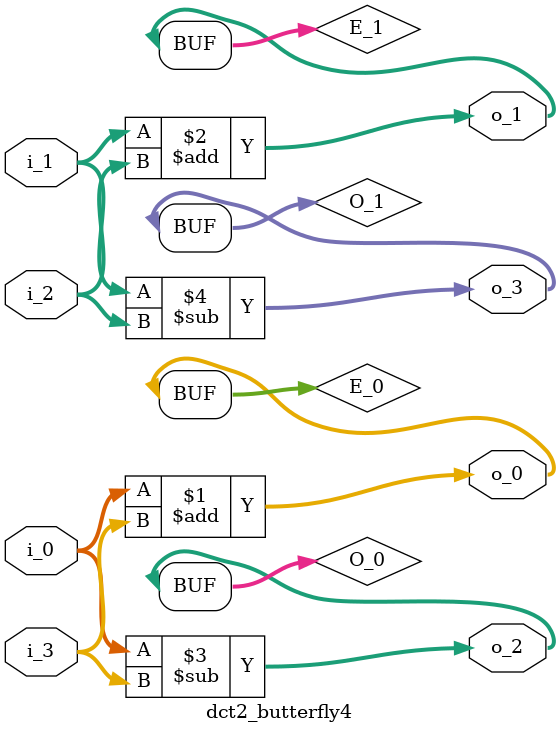
<source format=v>
module dct2_butterfly4#(
    parameter IN_WIDTH = 20
)
(
//input data
    input   signed  [IN_WIDTH - 1 : 0]  i_0     ,
    input   signed  [IN_WIDTH - 1 : 0]  i_1     ,
    input   signed  [IN_WIDTH - 1 : 0]  i_2     ,
    input   signed  [IN_WIDTH - 1 : 0]  i_3     ,
//output data
    output  signed  [IN_WIDTH     : 0]  o_0     ,//E
    output  signed  [IN_WIDTH     : 0]  o_1     ,
    output  signed  [IN_WIDTH     : 0]  o_2     ,//O
    output  signed  [IN_WIDTH     : 0]  o_3     
);

//Éú³ÉµûÐÎÔËËãµ¥Ôª
//E/O
    wire signed [IN_WIDTH : 0] E_0 = i_0 + i_3;
    wire signed [IN_WIDTH : 0] E_1 = i_1 + i_2;
    wire signed [IN_WIDTH : 0] O_0 = i_0 - i_3;
    wire signed [IN_WIDTH : 0] O_1 = i_1 - i_2;

//output
    assign o_0 = E_0;
    assign o_1 = E_1;
    assign o_2 = O_0;
    assign o_3 = O_1;

endmodule

</source>
